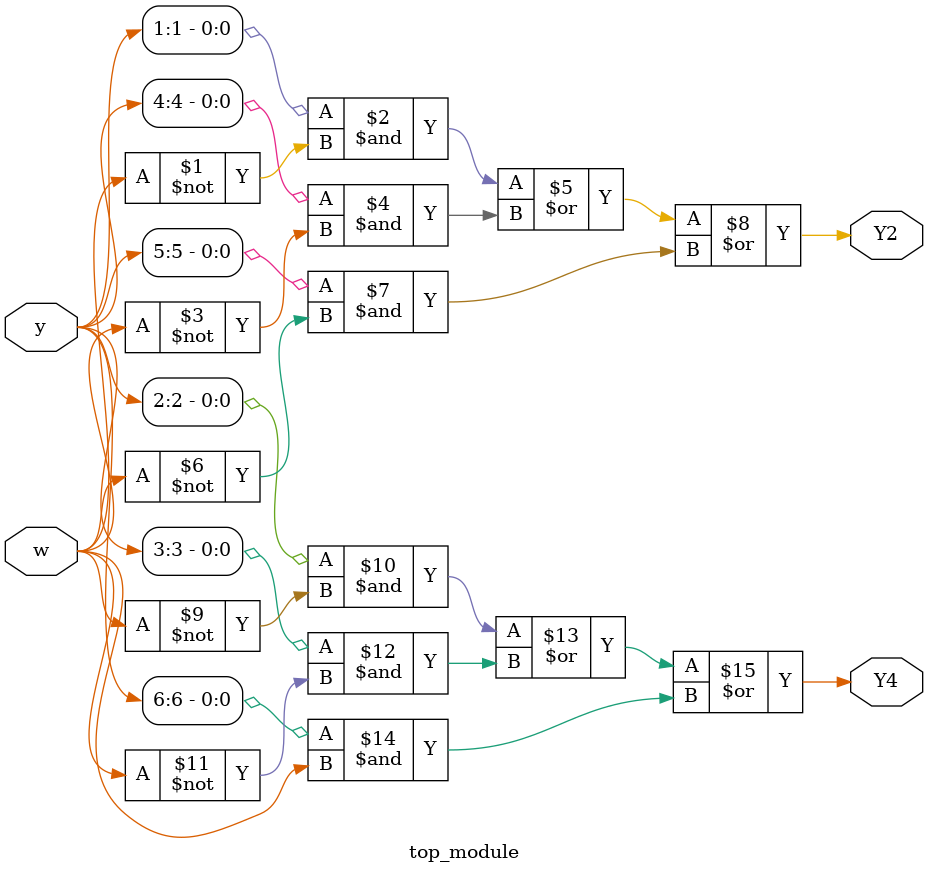
<source format=sv>
module top_module (
    input [6:1] y,
    input w,
    output Y2,
    output Y4
);

// Next-state logic for y[2]
assign Y2 = (y[1] & ~w) | (y[4] & ~w) | (y[5] & ~w);

// Next-state logic for y[4]
assign Y4 = (y[2] & ~w) | (y[3] & ~w) | (y[6] & w);

endmodule

</source>
